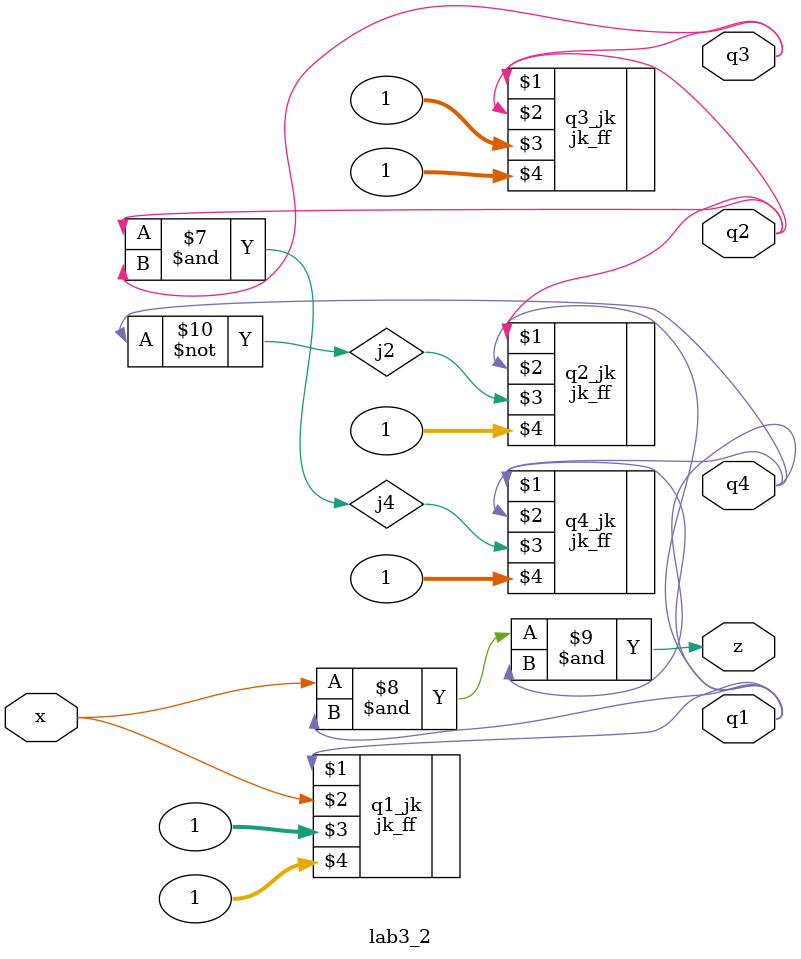
<source format=v>
`timescale 1ns / 1ps


module lab3_2(
    input x,
    output wire q1,q2,q3,q4,z
    );
    wire j2,j4;
    
    jk_ff
        q1_jk(q1,x,1,1),
        q2_jk(q2,q1,j2,1),
        q3_jk(q3,q2,1,1),
        q4_jk(q4,q1,j4,1);
        
    not
            un1(j2,q4);
    and
        ua1(j4,q2,q3),
        ua2(z,x,q1,q4);

endmodule


</source>
